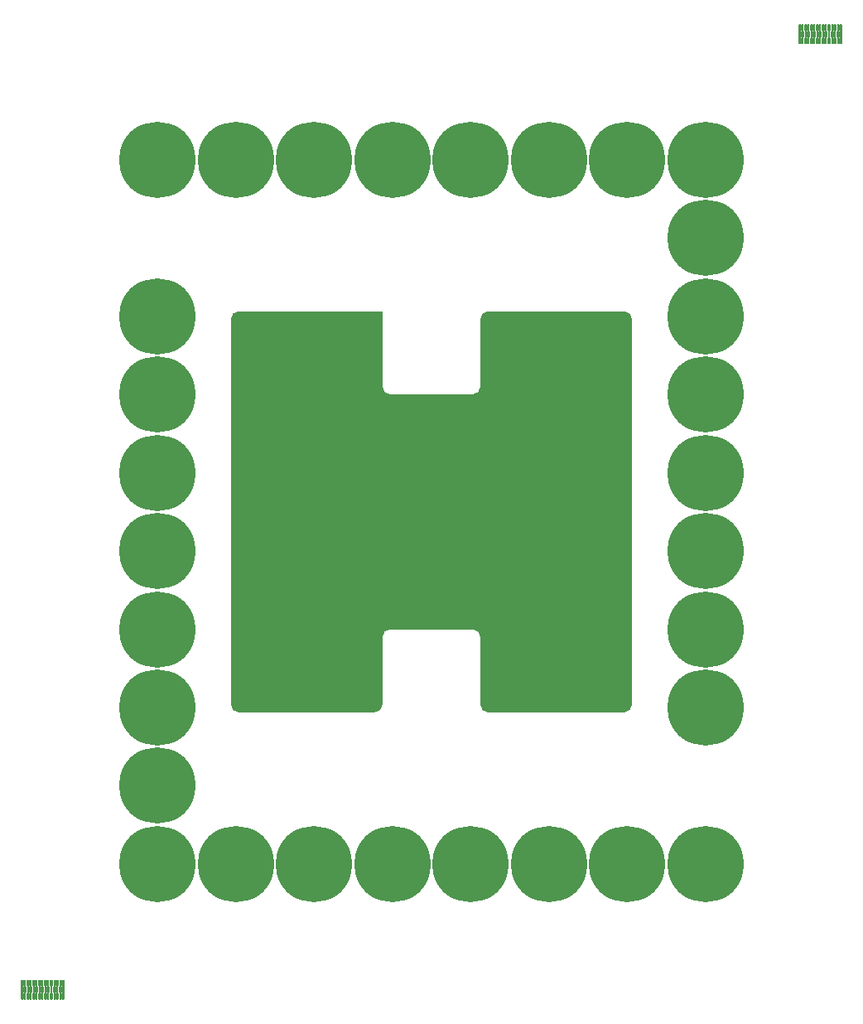
<source format=gbr>
%TF.GenerationSoftware,Altium Limited,Altium Designer,23.9.2 (47)*%
G04 Layer_Color=255*
%FSLAX45Y45*%
%MOMM*%
%TF.SameCoordinates,9F32D3C1-515D-4E76-A5FB-46C0C9FD6927*%
%TF.FilePolarity,Positive*%
%TF.FileFunction,Pads,Bot*%
%TF.Part,Single*%
G01*
G75*
%TA.AperFunction,ComponentPad*%
%ADD34C,7.80000*%
%TA.AperFunction,SMDPad,CuDef*%
%AMCUSTOMSHAPE35*
4,1,11,-0.15000,-1.00000,-0.15000,0.90000,-0.05000,1.00000,-0.05000,1.00000,0.05000,1.00000,0.15000,0.90000,0.15000,0.37500,0.05000,0.27500,0.05000,-0.37500,0.15000,-0.47500,0.15000,-1.00000,-0.15000,-1.00000,0.0*%
%ADD35CUSTOMSHAPE35*%

%AMCUSTOMSHAPE36*
4,1,12,-0.15000,-0.32500,-0.15000,0.22500,-0.05000,0.32500,-0.05000,1.00000,0.05000,1.00000,0.05000,0.32500,0.15000,0.22500,0.15000,-0.32500,0.05000,-0.42500,0.05000,-1.00000,-0.05000,-1.00000,-0.05000,-0.42500,-0.15000,-0.32500,0.0*%
%ADD36CUSTOMSHAPE36*%

%AMCUSTOMSHAPE37*
4,1,14,-0.15000,-1.00000,-0.15000,-0.47500,-0.05000,-0.37500,-0.05000,0.27500,-0.15000,0.37500,-0.15000,0.90000,-0.05000,1.00000,0.05000,1.00000,0.15000,0.90000,0.15000,0.37500,0.05000,0.27500,0.05000,-0.37500,0.15000,-0.47500,0.15000,-1.00000,-0.15000,-1.00000,0.0*%
%ADD37CUSTOMSHAPE37*%

%AMCUSTOMSHAPE38*
4,1,12,-0.15000,-1.00000,-0.15000,-0.47500,-0.05000,-0.37500,-0.05000,-0.37500,-0.05000,0.27500,-0.15000,0.37500,-0.15000,0.37500,-0.15000,0.90000,-0.05000,1.00000,0.05000,1.00000,0.15000,0.90000,0.15000,-1.00000,-0.15000,-1.00000,0.0*%
%ADD38CUSTOMSHAPE38*%

%TA.AperFunction,ConnectorPad*%
%AMCUSTOMSHAPE39*
4,1,11,0.15000,1.00000,0.15000,-0.90000,0.05000,-1.00000,0.05000,-1.00000,-0.05000,-1.00000,-0.15000,-0.90000,-0.15000,-0.37500,-0.05000,-0.27500,-0.05000,0.37500,-0.15000,0.47500,-0.15000,1.00000,0.15000,1.00000,0.0*%
%ADD39CUSTOMSHAPE39*%

%AMCUSTOMSHAPE40*
4,1,12,0.15000,0.32500,0.15000,-0.22500,0.05000,-0.32500,0.05000,-1.00000,-0.05000,-1.00000,-0.05000,-0.32500,-0.15000,-0.22500,-0.15000,0.32500,-0.05000,0.42500,-0.05000,1.00000,0.05000,1.00000,0.05000,0.42500,0.15000,0.32500,0.0*%
%ADD40CUSTOMSHAPE40*%

%AMCUSTOMSHAPE41*
4,1,14,0.15000,1.00000,0.15000,0.47500,0.05000,0.37500,0.05000,-0.27500,0.15000,-0.37500,0.15000,-0.90000,0.05000,-1.00000,-0.05000,-1.00000,-0.15000,-0.90000,-0.15000,-0.37500,-0.05000,-0.27500,-0.05000,0.37500,-0.15000,0.47500,-0.15000,1.00000,0.15000,1.00000,0.0*%
%ADD41CUSTOMSHAPE41*%

%AMCUSTOMSHAPE42*
4,1,12,0.15000,1.00000,0.15000,0.47500,0.05000,0.37500,0.05000,0.37500,0.05000,-0.27500,0.15000,-0.37500,0.15000,-0.37500,0.15000,-0.90000,0.05000,-1.00000,-0.05000,-1.00000,-0.15000,-0.90000,-0.15000,1.00000,0.15000,1.00000,0.0*%
%ADD42CUSTOMSHAPE42*%

G36*
G01X1971260Y-2050000D02*
G01X578740D01*
G02X500000Y-1971260I0J78740D01*
G01Y-1278740D01*
G03X421260Y-1200000I-78740J0D01*
G01X-421260D01*
G03X-500000Y-1278740I0J-78740D01*
G01Y-1971260D01*
G02X-578740Y-2050000I-78740J0D01*
G01X-1971260D01*
G02X-2050000Y-1971260I0J78740D01*
G01Y1971260D01*
G02X-1971260Y2050000I78740J0D01*
G01X-500000D01*
G01Y1278740D01*
G03X-421260Y1200000I78740J0D01*
G01X421260D01*
G03X500000Y1278740I0J78740D01*
G01Y1971260D01*
G02X578740Y2050000I78740J0D01*
G01X1971260D01*
G02X2050000Y1971260I0J-78740D01*
G01Y-1971260D01*
G02X1971260Y-2050000I-78740J0D01*
D02*
G37*
D34*
X-2800000Y2000000D02*
D03*
X2800000Y-2000000D02*
D03*
Y-3600000D02*
D03*
X400000D02*
D03*
X-400000D02*
D03*
X-2000000D02*
D03*
X-1200000D02*
D03*
X2000000D02*
D03*
X1200000D02*
D03*
X2800000Y3600000D02*
D03*
X400000D02*
D03*
X-400000D02*
D03*
X-2000000D02*
D03*
X-1200000D02*
D03*
X2000000D02*
D03*
X1200000D02*
D03*
X-2800000D02*
D03*
X2800000Y2800000D02*
D03*
Y400000D02*
D03*
Y-400000D02*
D03*
Y-1200000D02*
D03*
Y2000000D02*
D03*
Y1200000D02*
D03*
X-2800000Y-3599999D02*
D03*
Y-2799999D02*
D03*
Y-2000000D02*
D03*
Y-1200000D02*
D03*
Y-400000D02*
D03*
Y400000D02*
D03*
Y1200000D02*
D03*
D35*
X3765000Y4885000D02*
D03*
D36*
X3795000D02*
D03*
X3855000D02*
D03*
X3915000D02*
D03*
X3975000D02*
D03*
X4035000D02*
D03*
X4095000D02*
D03*
X4155000D02*
D03*
D37*
X3825000D02*
D03*
X3885000D02*
D03*
X3945000D02*
D03*
X4005000D02*
D03*
X4065000D02*
D03*
X4125000D02*
D03*
D38*
X4185000D02*
D03*
D39*
X-3765000Y-4885000D02*
D03*
D40*
X-3795000D02*
D03*
X-3855000D02*
D03*
X-3915000D02*
D03*
X-3975000D02*
D03*
X-4035000D02*
D03*
X-4095000D02*
D03*
X-4155000D02*
D03*
D41*
X-3825000D02*
D03*
X-3885000D02*
D03*
X-3945000D02*
D03*
X-4005000D02*
D03*
X-4065000D02*
D03*
X-4125000D02*
D03*
D42*
X-4185000D02*
D03*
%TF.MD5,c45ddcdecdb4d04f4887518f5d112efc*%
M02*

</source>
